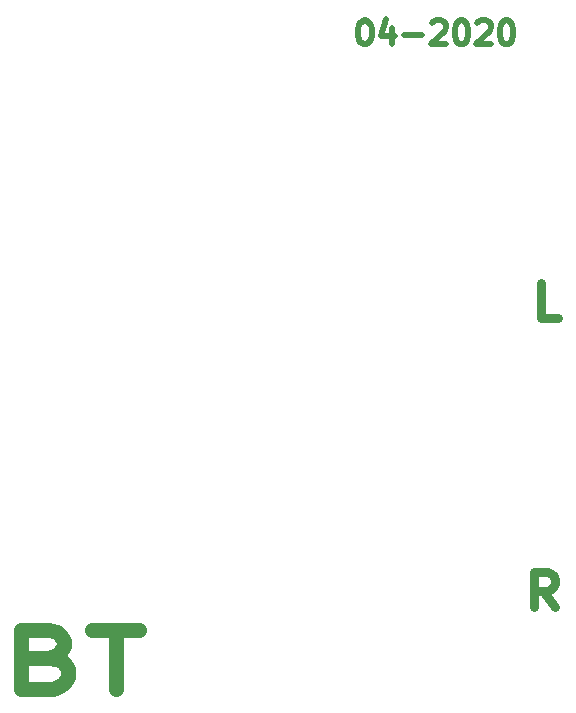
<source format=gbr>
G04 #@! TF.GenerationSoftware,KiCad,Pcbnew,(5.1.2)-2*
G04 #@! TF.CreationDate,2020-04-17T11:06:59-04:00*
G04 #@! TF.ProjectId,DRV-Based Balun,4452562d-4261-4736-9564-2042616c756e,rev?*
G04 #@! TF.SameCoordinates,PX92ac188PY7692bc8*
G04 #@! TF.FileFunction,Other,ECO2*
%FSLAX46Y46*%
G04 Gerber Fmt 4.6, Leading zero omitted, Abs format (unit mm)*
G04 Created by KiCad (PCBNEW (5.1.2)-2) date 2020-04-17 11:06:59*
%MOMM*%
%LPD*%
G04 APERTURE LIST*
%ADD10C,1.250000*%
%ADD11C,0.750000*%
%ADD12C,0.500000*%
G04 APERTURE END LIST*
D10*
X5580333Y5183143D02*
X6580333Y4945048D01*
X6913666Y4706953D01*
X7247000Y4230762D01*
X7247000Y3516477D01*
X6913666Y3040286D01*
X6580333Y2802191D01*
X5913666Y2564096D01*
X3247000Y2564096D01*
X3247000Y7564096D01*
X5580333Y7564096D01*
X6247000Y7326000D01*
X6580333Y7087905D01*
X6913666Y6611715D01*
X6913666Y6135524D01*
X6580333Y5659334D01*
X6247000Y5421239D01*
X5580333Y5183143D01*
X3247000Y5183143D01*
X9247000Y7564096D02*
X13247000Y7564096D01*
X11247000Y2564096D02*
X11247000Y7564096D01*
D11*
X48426571Y9437858D02*
X47426571Y10866429D01*
X46712285Y9437858D02*
X46712285Y12437858D01*
X47855142Y12437858D01*
X48140857Y12295000D01*
X48283714Y12152143D01*
X48426571Y11866429D01*
X48426571Y11437858D01*
X48283714Y11152143D01*
X48140857Y11009286D01*
X47855142Y10866429D01*
X46712285Y10866429D01*
X48680571Y33948858D02*
X47252000Y33948858D01*
X47252000Y36948858D01*
D12*
X32258761Y59134239D02*
X32449238Y59134239D01*
X32639714Y59039000D01*
X32734952Y58943762D01*
X32830190Y58753286D01*
X32925428Y58372334D01*
X32925428Y57896143D01*
X32830190Y57515191D01*
X32734952Y57324715D01*
X32639714Y57229477D01*
X32449238Y57134239D01*
X32258761Y57134239D01*
X32068285Y57229477D01*
X31973047Y57324715D01*
X31877809Y57515191D01*
X31782571Y57896143D01*
X31782571Y58372334D01*
X31877809Y58753286D01*
X31973047Y58943762D01*
X32068285Y59039000D01*
X32258761Y59134239D01*
X34639714Y58467572D02*
X34639714Y57134239D01*
X34163523Y59229477D02*
X33687333Y57800905D01*
X34925428Y57800905D01*
X35687333Y57896143D02*
X37211142Y57896143D01*
X38068285Y58943762D02*
X38163523Y59039000D01*
X38354000Y59134239D01*
X38830190Y59134239D01*
X39020666Y59039000D01*
X39115904Y58943762D01*
X39211142Y58753286D01*
X39211142Y58562810D01*
X39115904Y58277096D01*
X37973047Y57134239D01*
X39211142Y57134239D01*
X40449238Y59134239D02*
X40639714Y59134239D01*
X40830190Y59039000D01*
X40925428Y58943762D01*
X41020666Y58753286D01*
X41115904Y58372334D01*
X41115904Y57896143D01*
X41020666Y57515191D01*
X40925428Y57324715D01*
X40830190Y57229477D01*
X40639714Y57134239D01*
X40449238Y57134239D01*
X40258761Y57229477D01*
X40163523Y57324715D01*
X40068285Y57515191D01*
X39973047Y57896143D01*
X39973047Y58372334D01*
X40068285Y58753286D01*
X40163523Y58943762D01*
X40258761Y59039000D01*
X40449238Y59134239D01*
X41877809Y58943762D02*
X41973047Y59039000D01*
X42163523Y59134239D01*
X42639714Y59134239D01*
X42830190Y59039000D01*
X42925428Y58943762D01*
X43020666Y58753286D01*
X43020666Y58562810D01*
X42925428Y58277096D01*
X41782571Y57134239D01*
X43020666Y57134239D01*
X44258761Y59134239D02*
X44449238Y59134239D01*
X44639714Y59039000D01*
X44734952Y58943762D01*
X44830190Y58753286D01*
X44925428Y58372334D01*
X44925428Y57896143D01*
X44830190Y57515191D01*
X44734952Y57324715D01*
X44639714Y57229477D01*
X44449238Y57134239D01*
X44258761Y57134239D01*
X44068285Y57229477D01*
X43973047Y57324715D01*
X43877809Y57515191D01*
X43782571Y57896143D01*
X43782571Y58372334D01*
X43877809Y58753286D01*
X43973047Y58943762D01*
X44068285Y59039000D01*
X44258761Y59134239D01*
M02*

</source>
